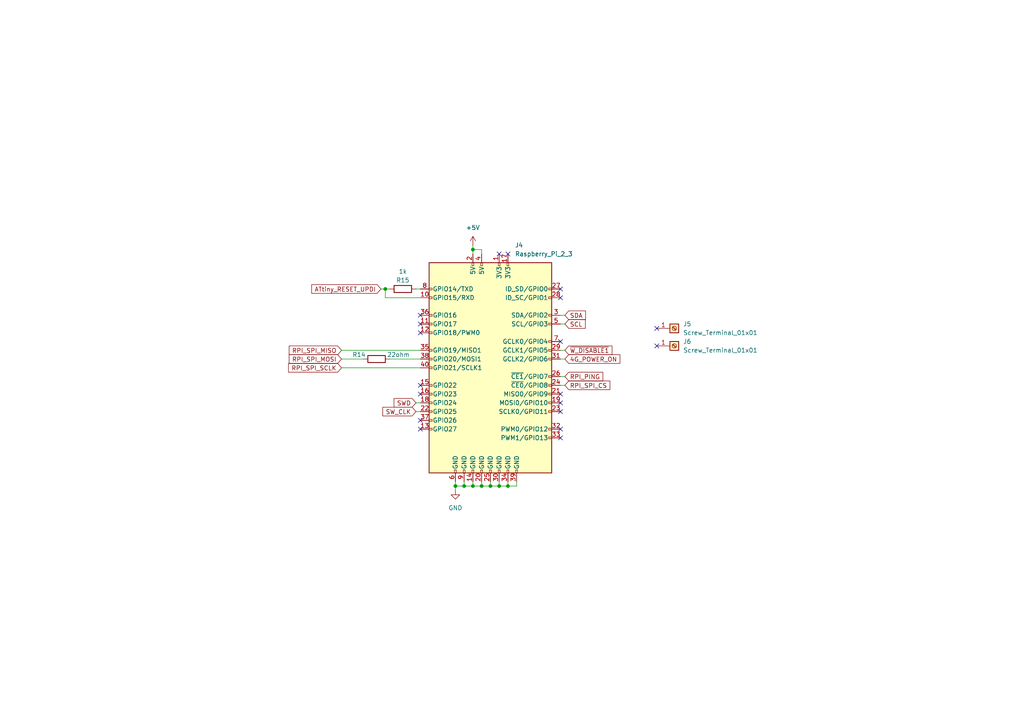
<source format=kicad_sch>
(kicad_sch (version 20230121) (generator eeschema)
  (paper "A4")
  (lib_symbols
    (symbol "Connector:Raspberry_Pi_2_3" (pin_names (offset 1.016))
      (property "Reference" "J" (at -17.78 31.75 0))
      (property "Value" "Raspberry_Pi_2_3" (at 10.16 -31.75 0))
      (symbol "Raspberry_Pi_2_3_0_1"
        (rectangle (start -17.78 30.48) (end 17.78 -30.48) (stroke (width 0.254)) (fill (type background)))
      )
      (symbol "Raspberry_Pi_2_3_1_1"
        (rectangle (start -16.891 -17.526) (end -17.78 -18.034))
        (rectangle (start -16.891 -14.986) (end -17.78 -15.494))
        (rectangle (start -16.891 -12.446) (end -17.78 -12.954))
        (rectangle (start -16.891 -9.906) (end -17.78 -10.414))
        (rectangle (start -16.891 -7.366) (end -17.78 -7.874))
        (rectangle (start -16.891 -4.826) (end -17.78 -5.334))
        (rectangle (start -16.891 0.254) (end -17.78 -0.254))
        (rectangle (start -16.891 2.794) (end -17.78 2.286))
        (rectangle (start -16.891 5.334) (end -17.78 4.826))
        (rectangle (start -16.891 10.414) (end -17.78 9.906))
        (rectangle (start -16.891 12.954) (end -17.78 12.446))
        (rectangle (start -16.891 15.494) (end -17.78 14.986))
        (rectangle (start -16.891 20.574) (end -17.78 20.066))
        (rectangle (start -16.891 23.114) (end -17.78 22.606))
        (rectangle (start -10.414 -29.591) (end -9.906 -30.48))
        (rectangle (start -7.874 -29.591) (end -7.366 -30.48))
        (rectangle (start -5.334 -29.591) (end -4.826 -30.48))
        (rectangle (start -5.334 30.48) (end -4.826 29.591))
        (rectangle (start -2.794 -29.591) (end -2.286 -30.48))
        (rectangle (start -2.794 30.48) (end -2.286 29.591))
        (rectangle (start -0.254 -29.591) (end 0.254 -30.48))
        (rectangle (start 2.286 -29.591) (end 2.794 -30.48))
        (rectangle (start 2.286 30.48) (end 2.794 29.591))
        (rectangle (start 4.826 -29.591) (end 5.334 -30.48))
        (rectangle (start 4.826 30.48) (end 5.334 29.591))
        (rectangle (start 7.366 -29.591) (end 7.874 -30.48))
        (rectangle (start 17.78 -20.066) (end 16.891 -20.574))
        (rectangle (start 17.78 -17.526) (end 16.891 -18.034))
        (rectangle (start 17.78 -12.446) (end 16.891 -12.954))
        (rectangle (start 17.78 -9.906) (end 16.891 -10.414))
        (rectangle (start 17.78 -7.366) (end 16.891 -7.874))
        (rectangle (start 17.78 -4.826) (end 16.891 -5.334))
        (rectangle (start 17.78 -2.286) (end 16.891 -2.794))
        (rectangle (start 17.78 2.794) (end 16.891 2.286))
        (rectangle (start 17.78 5.334) (end 16.891 4.826))
        (rectangle (start 17.78 7.874) (end 16.891 7.366))
        (rectangle (start 17.78 12.954) (end 16.891 12.446))
        (rectangle (start 17.78 15.494) (end 16.891 14.986))
        (rectangle (start 17.78 20.574) (end 16.891 20.066))
        (rectangle (start 17.78 23.114) (end 16.891 22.606))
        (pin power_in line (at 2.54 33.02 270) (length 2.54) (name "3V3") (number "1"))
        (pin bidirectional line (at -20.32 20.32 0) (length 2.54) (name "GPIO15/RXD") (number "10"))
        (pin bidirectional line (at -20.32 12.7 0) (length 2.54) (name "GPIO17") (number "11"))
        (pin bidirectional line (at -20.32 10.16 0) (length 2.54) (name "GPIO18/PWM0") (number "12"))
        (pin bidirectional line (at -20.32 -17.78 0) (length 2.54) (name "GPIO27") (number "13"))
        (pin power_in line (at -5.08 -33.02 90) (length 2.54) (name "GND") (number "14"))
        (pin bidirectional line (at -20.32 -5.08 0) (length 2.54) (name "GPIO22") (number "15"))
        (pin bidirectional line (at -20.32 -7.62 0) (length 2.54) (name "GPIO23") (number "16"))
        (pin power_in line (at 5.08 33.02 270) (length 2.54) (name "3V3") (number "17"))
        (pin bidirectional line (at -20.32 -10.16 0) (length 2.54) (name "GPIO24") (number "18"))
        (pin bidirectional line (at 20.32 -10.16 180) (length 2.54) (name "MOSI0/GPIO10") (number "19"))
        (pin power_in line (at -5.08 33.02 270) (length 2.54) (name "5V") (number "2"))
        (pin power_in line (at -2.54 -33.02 90) (length 2.54) (name "GND") (number "20"))
        (pin bidirectional line (at 20.32 -7.62 180) (length 2.54) (name "MISO0/GPIO9") (number "21"))
        (pin bidirectional line (at -20.32 -12.7 0) (length 2.54) (name "GPIO25") (number "22"))
        (pin bidirectional line (at 20.32 -12.7 180) (length 2.54) (name "SCLK0/GPIO11") (number "23"))
        (pin bidirectional line (at 20.32 -5.08 180) (length 2.54) (name "~{CE0}/GPIO8") (number "24"))
        (pin power_in line (at 0 -33.02 90) (length 2.54) (name "GND") (number "25"))
        (pin bidirectional line (at 20.32 -2.54 180) (length 2.54) (name "~{CE1}/GPIO7") (number "26"))
        (pin bidirectional line (at 20.32 22.86 180) (length 2.54) (name "ID_SD/GPIO0") (number "27"))
        (pin bidirectional line (at 20.32 20.32 180) (length 2.54) (name "ID_SC/GPIO1") (number "28"))
        (pin bidirectional line (at 20.32 5.08 180) (length 2.54) (name "GCLK1/GPIO5") (number "29"))
        (pin bidirectional line (at 20.32 15.24 180) (length 2.54) (name "SDA/GPIO2") (number "3"))
        (pin power_in line (at 2.54 -33.02 90) (length 2.54) (name "GND") (number "30"))
        (pin bidirectional line (at 20.32 2.54 180) (length 2.54) (name "GCLK2/GPIO6") (number "31"))
        (pin bidirectional line (at 20.32 -17.78 180) (length 2.54) (name "PWM0/GPIO12") (number "32"))
        (pin bidirectional line (at 20.32 -20.32 180) (length 2.54) (name "PWM1/GPIO13") (number "33"))
        (pin power_in line (at 5.08 -33.02 90) (length 2.54) (name "GND") (number "34"))
        (pin bidirectional line (at -20.32 5.08 0) (length 2.54) (name "GPIO19/MISO1") (number "35"))
        (pin bidirectional line (at -20.32 15.24 0) (length 2.54) (name "GPIO16") (number "36"))
        (pin bidirectional line (at -20.32 -15.24 0) (length 2.54) (name "GPIO26") (number "37"))
        (pin bidirectional line (at -20.32 2.54 0) (length 2.54) (name "GPIO20/MOSI1") (number "38"))
        (pin power_in line (at 7.62 -33.02 90) (length 2.54) (name "GND") (number "39"))
        (pin power_in line (at -2.54 33.02 270) (length 2.54) (name "5V") (number "4"))
        (pin bidirectional line (at -20.32 0 0) (length 2.54) (name "GPIO21/SCLK1") (number "40"))
        (pin bidirectional line (at 20.32 12.7 180) (length 2.54) (name "SCL/GPIO3") (number "5"))
        (pin power_in line (at -10.16 -33.02 90) (length 2.54) (name "GND") (number "6"))
        (pin bidirectional line (at 20.32 7.62 180) (length 2.54) (name "GCLK0/GPIO4") (number "7"))
        (pin bidirectional line (at -20.32 22.86 0) (length 2.54) (name "GPIO14/TXD") (number "8"))
        (pin power_in line (at -7.62 -33.02 90) (length 2.54) (name "GND") (number "9"))
      )
    )
    (symbol "Connector:Screw_Terminal_01x01" (pin_names (offset 1.016) hide)
      (property "Reference" "J" (at 0 2.54 0))
      (property "Value" "Screw_Terminal_01x01" (at 0 -2.54 0))
      (symbol "Screw_Terminal_01x01_1_1"
        (rectangle (start -1.27 1.27) (end 1.27 -1.27) (stroke (width 0.254)) (fill (type background)))
        (polyline (pts (xy -0.5334 0.3302) (xy 0.3302 -0.508)) (stroke (width 0.1524)))
        (polyline (pts (xy -0.3556 0.508) (xy 0.508 -0.3302)) (stroke (width 0.1524)))
        (circle (center 0 0) (radius 0.635) (stroke (width 0.1524)))
        (pin passive line (at -5.08 0 0) (length 3.81) (name "Pin_1") (number "1"))
      )
    )
    (symbol "Device:R" (pin_numbers hide) (pin_names (offset 0))
      (property "Reference" "R" (at 2.032 0 90))
      (property "Value" "R" (at 0 0 90))
      (symbol "R_0_1"
        (rectangle (start -1.016 -2.54) (end 1.016 2.54) (stroke (width 0.254)))
      )
      (symbol "R_1_1"
        (pin passive line (at 0 3.81 270) (length 1.27) (name "~") (number "1"))
        (pin passive line (at 0 -3.81 90) (length 1.27) (name "~") (number "2"))
      )
    )
    (symbol "power:+5V" (power) (pin_names (offset 0))
      (property "Value" "+5V" (at 0 3.556 0))
      (symbol "+5V_0_1"
        (polyline (pts (xy -0.762 1.27) (xy 0 2.54)))
        (polyline (pts (xy 0 0) (xy 0 2.54)))
        (polyline (pts (xy 0 2.54) (xy 0.762 1.27)))
      )
      (symbol "+5V_1_1"
        (pin power_in line (at 0 0 90) (length 0) hide (name "+5V") (number "1"))
      )
    )
    (symbol "power:GND" (power) (pin_names (offset 0))
      (property "Value" "GND" (at 0 -3.81 0))
      (symbol "GND_0_1"
        (polyline (pts (xy 0 0) (xy 0 -1.27) (xy 1.27 -1.27) (xy 0 -2.54) (xy -1.27 -1.27) (xy 0 -1.27)))
      )
      (symbol "GND_1_1"
        (pin power_in line (at 0 0 270) (length 0) hide (name "GND") (number "1"))
      )
    )
  )
  (junction (at 147.32 140.97))
  (junction (at 142.24 140.97))
  (junction (at 137.16 72.39))
  (junction (at 111.76 83.82))
  (junction (at 132.08 140.97))
  (junction (at 137.16 140.97))
  (junction (at 144.78 140.97))
  (junction (at 139.7 140.97))
  (junction (at 134.62 140.97))
  (no_connect (at 121.92 93.98))
  (no_connect (at 147.32 73.66))
  (no_connect (at 121.92 111.76))
  (no_connect (at 162.56 116.84))
  (no_connect (at 121.92 124.46))
  (no_connect (at 162.56 124.46))
  (no_connect (at 121.92 91.44))
  (no_connect (at 162.56 119.38))
  (no_connect (at 190.5 95.25))
  (no_connect (at 162.56 114.3))
  (no_connect (at 121.92 96.52))
  (no_connect (at 121.92 121.92))
  (no_connect (at 162.56 99.06))
  (no_connect (at 144.78 73.66))
  (no_connect (at 162.56 86.36))
  (no_connect (at 121.92 114.3))
  (no_connect (at 162.56 127))
  (no_connect (at 190.5 100.33))
  (no_connect (at 162.56 83.82))
  (wire (pts (xy 134.62 140.97) (xy 137.16 140.97)))
  (wire (pts (xy 132.08 140.97) (xy 134.62 140.97)))
  (wire (pts (xy 137.16 140.97) (xy 137.16 139.7)))
  (wire (pts (xy 162.56 104.14) (xy 163.83 104.14)))
  (wire (pts (xy 111.76 86.36) (xy 111.76 83.82)))
  (wire (pts (xy 147.32 140.97) (xy 149.86 140.97)))
  (wire (pts (xy 162.56 91.44) (xy 163.83 91.44)))
  (wire (pts (xy 162.56 111.76) (xy 163.83 111.76)))
  (wire (pts (xy 113.03 104.14) (xy 121.92 104.14)))
  (wire (pts (xy 134.62 140.97) (xy 134.62 139.7)))
  (wire (pts (xy 142.24 140.97) (xy 144.78 140.97)))
  (wire (pts (xy 162.56 101.6) (xy 163.83 101.6)))
  (wire (pts (xy 120.65 119.38) (xy 121.92 119.38)))
  (wire (pts (xy 99.06 101.6) (xy 121.92 101.6)))
  (wire (pts (xy 120.65 116.84) (xy 121.92 116.84)))
  (wire (pts (xy 132.08 140.97) (xy 132.08 142.24)))
  (wire (pts (xy 99.06 106.68) (xy 121.92 106.68)))
  (wire (pts (xy 137.16 71.12) (xy 137.16 72.39)))
  (wire (pts (xy 132.08 139.7) (xy 132.08 140.97)))
  (wire (pts (xy 162.56 109.22) (xy 163.83 109.22)))
  (wire (pts (xy 147.32 140.97) (xy 147.32 139.7)))
  (wire (pts (xy 149.86 140.97) (xy 149.86 139.7)))
  (wire (pts (xy 139.7 140.97) (xy 139.7 139.7)))
  (wire (pts (xy 137.16 72.39) (xy 137.16 73.66)))
  (wire (pts (xy 111.76 86.36) (xy 121.92 86.36)))
  (wire (pts (xy 139.7 72.39) (xy 139.7 73.66)))
  (wire (pts (xy 137.16 72.39) (xy 139.7 72.39)))
  (wire (pts (xy 120.65 83.82) (xy 121.92 83.82)))
  (wire (pts (xy 137.16 140.97) (xy 139.7 140.97)))
  (wire (pts (xy 110.49 83.82) (xy 111.76 83.82)))
  (wire (pts (xy 144.78 140.97) (xy 147.32 140.97)))
  (wire (pts (xy 139.7 140.97) (xy 142.24 140.97)))
  (wire (pts (xy 111.76 83.82) (xy 113.03 83.82)))
  (wire (pts (xy 162.56 93.98) (xy 163.83 93.98)))
  (wire (pts (xy 144.78 140.97) (xy 144.78 139.7)))
  (wire (pts (xy 142.24 140.97) (xy 142.24 139.7)))
  (wire (pts (xy 99.06 104.14) (xy 105.41 104.14)))
  (global_label "RPI_SPI_SCLK" (shape input) (at 99.06 106.68 180) (property "Intersheetrefs" "${INTERSHEET_REFS}" (effects hide)))
  (global_label "RPI_SPI_MISO" (shape input) (at 99.06 101.6 180) (property "Intersheetrefs" "${INTERSHEET_REFS}" (effects hide)))
  (global_label "SDA" (shape input) (at 163.83 91.44 0) (property "Intersheetrefs" "${INTERSHEET_REFS}" (effects hide)))
  (global_label "SWD" (shape input) (at 120.65 116.84 180) (property "Intersheetrefs" "${INTERSHEET_REFS}" (effects hide)))
  (global_label "SCL" (shape input) (at 163.83 93.98 0) (property "Intersheetrefs" "${INTERSHEET_REFS}" (effects hide)))
  (global_label "4G_POWER_ON" (shape input) (at 163.83 104.14 0) (property "Intersheetrefs" "${INTERSHEET_REFS}" (effects hide)))
  (global_label "SW_CLK" (shape input) (at 120.65 119.38 180) (property "Intersheetrefs" "${INTERSHEET_REFS}" (effects hide)))
  (global_label "RPI_PING" (shape input) (at 163.83 109.22 0) (property "Intersheetrefs" "${INTERSHEET_REFS}" (effects hide)))
  (global_label "RPI_SPI_CS" (shape input) (at 163.83 111.76 0) (property "Intersheetrefs" "${INTERSHEET_REFS}" (effects hide)))
  (global_label "ATtiny_RESET_UPDI" (shape input) (at 110.49 83.82 180) (property "Intersheetrefs" "${INTERSHEET_REFS}" (effects hide)))
  (global_label "RPI_SPI_MOSI" (shape input) (at 99.06 104.14 180) (property "Intersheetrefs" "${INTERSHEET_REFS}" (effects hide)))
  (global_label "~{W_DISABLE1}" (shape input) (at 163.83 101.6 0) (property "Intersheetrefs" "${INTERSHEET_REFS}" (effects hide)))
  (symbol (lib_id "Connector:Screw_Terminal_01x01") (at 195.58 100.33 0) (unit 1)
    (property "Reference" "J6" (at 198.12 99.06 0) (effects (justify left)))
    (property "Value" "Screw_Terminal_01x01" (at 198.12 101.5999 0) (effects (justify left)))
    (property "Footprint" "cacophony-library:SMD_BD4.4-L4.4-D2.8" (effects hide))
    (property "LCSC" "C2928178" (effects hide))
  )
  (symbol (lib_id "Device:R") (at 109.22 104.14 90) (unit 1)
    (property "Reference" "R14" (at 104.14 102.87 90))
    (property "Value" "22ohm" (at 115.57 102.87 90))
    (property "Footprint" "Resistor_SMD:R_0402_1005Metric" (effects hide))
    (property "LCSC" "C25092" (effects hide))
  )
  (symbol (lib_id "Device:R") (at 116.84 83.82 90) (unit 1)
    (property "Reference" "R15" (at 116.84 81.28 90))
    (property "Value" "1k" (at 116.84 78.74 90))
    (property "Footprint" "Resistor_SMD:R_0402_1005Metric" (effects hide))
    (property "LCSC" "C11702" (effects hide))
  )
  (symbol (lib_id "power:GND") (at 132.08 142.24 0) (unit 1)
    (property "Reference" "#PWR039" (effects hide))
    (property "Value" "GND" (at 132.08 147.32 0))
  )
  (symbol (lib_id "Connector:Screw_Terminal_01x01") (at 195.58 95.25 0) (unit 1)
    (property "Reference" "J5" (at 198.12 93.98 0) (effects (justify left)))
    (property "Value" "Screw_Terminal_01x01" (at 198.12 96.5199 0) (effects (justify left)))
    (property "Footprint" "cacophony-library:SMD_BD4.4-L4.4-D2.8" (effects hide))
    (property "LCSC" "C2928178" (effects hide))
  )
  (symbol (lib_id "Connector:Raspberry_Pi_2_3") (at 142.24 106.68 0) (unit 1)
    (property "Reference" "J4" (at 149.3394 71.12 0) (effects (justify left)))
    (property "Value" "Raspberry_Pi_2_3" (at 149.3394 73.66 0) (effects (justify left)))
    (property "Footprint" "cacophony-footprints:RPi_2_W_SMD" (effects hide))
    (property "Datasheet" "https://www.raspberrypi.org/documentation/hardware/raspberrypi/schematics/rpi_SCH_3bplus_1p0_reduced.pdf" (effects hide))
    (property "LCSC" "C3975165" (effects hide))
  )
  (symbol (lib_id "power:+5V") (at 137.16 71.12 0) (unit 1)
    (property "Reference" "#PWR040" (effects hide))
    (property "Value" "+5V" (at 137.16 66.04 0))
  )
)
</source>
